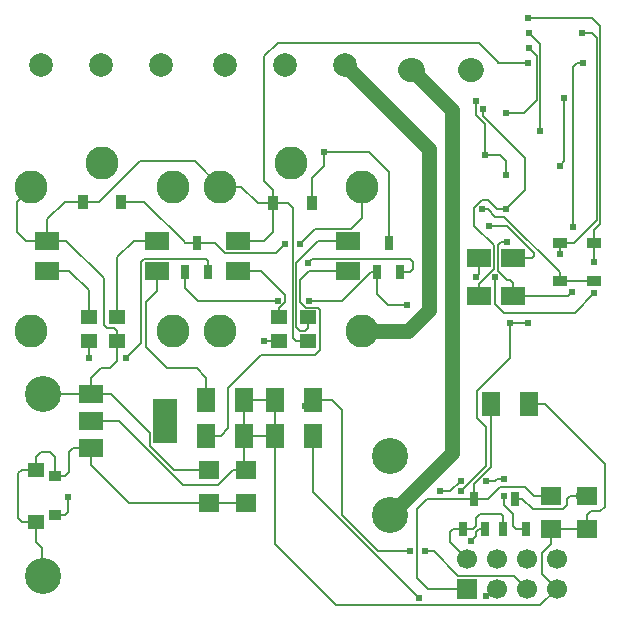
<source format=gbl>
G04 Layer: BottomLayer*
G04 EasyEDA v5.9.42, Tue, 02 Apr 2019 20:51:07 GMT*
G04 166f39b61798459ea13d042530858995*
G04 Gerber Generator version 0.2*
G04 Scale: 100 percent, Rotated: No, Reflected: No *
G04 Dimensions in millimeters *
G04 leading zeros omitted , absolute positions ,3 integer and 3 decimal *
%FSLAX33Y33*%
%MOMM*%
G90*
G71D02*

%ADD11C,1.250010*%
%ADD12C,0.151994*%
%ADD14C,0.619760*%
%ADD17R,1.219200X0.909320*%
%ADD18R,1.600200X1.999996*%
%ADD19R,1.800860X1.600200*%
%ADD21R,1.699997X1.699997*%
%ADD22C,1.699997*%
%ADD23C,3.048000*%
%ADD24C,3.050007*%
%ADD25C,2.794000*%
%ADD26C,1.999996*%
%ADD27R,1.999996X3.799992*%
%ADD28R,1.999996X1.499997*%
%ADD29R,0.699999X1.250010*%
%ADD30R,0.909320X1.219200*%
%ADD31R,1.050011X0.850011*%
%ADD32R,1.399997X1.250010*%
%ADD33R,1.450010X1.160018*%
%ADD34R,1.999996X1.600200*%

%LPD*%
G54D11*
G01X34198Y45592D02*
G01X34198Y45557D01*
G01X37592Y42163D01*
G01X37592Y13154D01*
G01X32354Y7917D01*
G01X28575Y45973D02*
G01X35687Y38861D01*
G01X35687Y25272D01*
G01X33909Y23494D01*
G01X30002Y23505D01*
G54D12*
G01X2952Y18113D02*
G01X3012Y18173D01*
G01X7034Y18173D01*
G01X7035Y18173D02*
G01X8750Y18173D01*
G01X12065Y14858D01*
G01X12065Y13715D01*
G01X13843Y11937D01*
G01X17017Y11683D02*
G01X14096Y11683D01*
G01X13843Y11937D01*
G01X7034Y18173D02*
G01X7034Y19480D01*
G01X7873Y20319D01*
G01X8635Y20319D01*
G01X9270Y20954D01*
G01X9270Y22605D01*
G01X9017Y23748D02*
G01X8382Y23748D01*
G01X8128Y24002D01*
G01X8128Y27939D01*
G01X4950Y31112D01*
G01X3352Y31112D01*
G01X9270Y22605D02*
G01X9270Y23494D01*
G01X9017Y23748D01*
G01X3354Y31111D02*
G01X3354Y32944D01*
G01X4826Y34416D01*
G01X6375Y34416D01*
G01X2001Y35708D02*
G01X2001Y35656D01*
G01X762Y34416D01*
G01X762Y31876D01*
G01X1524Y31114D01*
G01X1527Y31111D01*
G01X3354Y31111D01*
G01X6375Y34416D02*
G01X7747Y34416D01*
G01X11176Y37845D01*
G01X15864Y37845D01*
G01X18003Y35707D01*
G01X18003Y35708D02*
G01X19790Y35708D01*
G01X21208Y34289D01*
G01X22504Y34289D01*
G01X19480Y31114D02*
G01X21716Y31114D01*
G01X22478Y31876D01*
G01X22504Y31902D01*
G01X22504Y34289D01*
G01X25402Y22605D02*
G01X24384Y22605D01*
G01X24130Y22859D01*
G01X24130Y33908D01*
G01X23749Y34289D01*
G01X22504Y34289D01*
G01X22504Y34289D02*
G01X22504Y35407D01*
G01X21717Y36194D01*
G01X21717Y46735D01*
G01X22860Y47878D01*
G01X39878Y47878D01*
G01X41529Y46227D01*
G01X44082Y46197D02*
G01X41558Y46197D01*
G01X41529Y46227D01*
G01X45974Y6730D02*
G01X45974Y5460D01*
G01X45212Y4698D01*
G01X45212Y2920D01*
G01X46482Y1650D01*
G01X45973Y6730D02*
G01X45975Y6729D01*
G01X49023Y6729D01*
G01X44145Y17271D02*
G01X45466Y17271D01*
G01X50546Y12191D01*
G01X50546Y8615D01*
G01X20192Y11683D02*
G01X20015Y11861D01*
G01X20015Y14603D01*
G01X20015Y17651D02*
G01X20015Y14603D01*
G01X22656Y14604D02*
G01X22656Y5410D01*
G01X27813Y253D01*
G01X45085Y253D01*
G01X46482Y1650D01*
G01X7035Y15874D02*
G01X9400Y15874D01*
G01X14859Y10413D01*
G01X17780Y10413D01*
G01X19050Y11683D01*
G01X20193Y11683D01*
G01X22656Y17651D02*
G01X20015Y17651D01*
G01X7034Y13573D02*
G01X7034Y12142D01*
G01X10286Y8889D01*
G01X17017Y8889D01*
G01X17017Y8889D02*
G01X20192Y8889D01*
G01X38862Y4190D02*
G01X38862Y4190D01*
G01X37464Y5588D01*
G01X37464Y6476D01*
G01X37718Y6730D01*
G01X37739Y6751D01*
G01X38546Y6751D01*
G01X38547Y6751D02*
G01X39390Y6751D01*
G01X39624Y6984D01*
G01X39624Y7619D01*
G01X40005Y8000D01*
G01X41783Y8000D01*
G01X41977Y6749D02*
G01X41977Y7805D01*
G01X41783Y8000D01*
G01X49659Y27711D02*
G01X46736Y27711D01*
G01X46736Y27711D02*
G01X46736Y28447D01*
G01X42037Y33146D01*
G01X41275Y33146D01*
G01X40640Y33781D01*
G01X40132Y33781D01*
G01X22656Y14606D02*
G01X22654Y14603D01*
G01X20015Y14603D01*
G01X22656Y14606D02*
G01X22656Y17651D01*
G01X22860Y26034D02*
G01X16129Y26034D01*
G01X15052Y28468D02*
G01X15052Y27111D01*
G01X16129Y26034D01*
G01X16814Y17652D02*
G01X16814Y19507D01*
G01X16002Y20319D01*
G01X13462Y20319D01*
G01X11684Y22097D01*
G01X11684Y25907D01*
G01X12319Y26542D01*
G01X12653Y28571D02*
G01X12653Y26877D01*
G01X12318Y26542D01*
G01X28780Y28574D02*
G01X25527Y28574D01*
G01X24765Y27812D01*
G01X24765Y25907D01*
G01X25227Y25445D01*
G01X26243Y25445D01*
G01X26416Y25272D01*
G01X26416Y21843D01*
G01X26035Y21462D01*
G01X21463Y21462D01*
G01X18669Y18668D01*
G01X18669Y15239D01*
G01X18031Y14604D01*
G01X16814Y14604D01*
G01X42927Y9249D02*
G01X43582Y9249D01*
G01X44449Y8381D01*
G01X46989Y8381D01*
G01X47370Y8762D01*
G01X47370Y9270D01*
G01X47624Y9524D01*
G01X47626Y9523D01*
G01X49023Y9523D01*
G01X39497Y9250D02*
G01X39497Y10540D01*
G01X40944Y11988D01*
G01X40944Y17271D01*
G01X45973Y9524D02*
G01X44576Y9524D01*
G01X43814Y10286D01*
G01X41655Y10286D01*
G01X40639Y9270D01*
G01X40619Y9250D01*
G01X39496Y9250D01*
G01X39497Y9250D02*
G01X35539Y9250D01*
G01X34671Y8381D01*
G01X34671Y2539D01*
G01X35560Y1650D01*
G01X38862Y1650D01*
G01X25857Y14606D02*
G01X25857Y9830D01*
G01X34800Y887D01*
G01X41402Y1650D02*
G01X41147Y1650D01*
G01X40512Y1016D01*
G01X25857Y17651D02*
G01X25350Y17144D01*
G01X25145Y17144D01*
G01X25857Y17652D02*
G01X27432Y17652D01*
G01X28321Y16763D01*
G01X28321Y7873D01*
G01X31369Y4825D01*
G01X34036Y4825D01*
G01X35308Y4824D02*
G01X36069Y4824D01*
G01X38162Y2731D01*
G01X42861Y2731D01*
G01X43942Y1650D01*
G01X9626Y34416D02*
G01X11557Y34416D01*
G01X14985Y30987D01*
G01X15006Y30967D01*
G01X16001Y30967D01*
G01X16002Y30967D02*
G01X17546Y30967D01*
G01X18415Y30098D01*
G01X22733Y30098D01*
G01X23495Y30860D01*
G01X30002Y35707D02*
G01X30002Y33050D01*
G01X29083Y32130D01*
G01X26035Y32130D01*
G01X24765Y30860D01*
G01X32257Y30967D02*
G01X32257Y36956D01*
G01X30606Y38607D01*
G01X26796Y38607D01*
G01X25755Y34289D02*
G01X25755Y36423D01*
G01X26796Y37464D01*
G01X26796Y38607D01*
G01X44095Y49981D02*
G01X49459Y49981D01*
G01X50164Y49275D01*
G01X50164Y32511D01*
G01X49659Y32001D01*
G01X49659Y30962D01*
G01X49657Y29336D02*
G01X49657Y30959D01*
G01X49659Y30962D01*
G01X48659Y48719D02*
G01X49434Y48719D01*
G01X49859Y48295D01*
G01X49859Y32841D01*
G01X48005Y30987D01*
G01X47980Y30962D01*
G01X46736Y30962D01*
G01X46736Y30962D02*
G01X46736Y29971D01*
G01X40446Y6751D02*
G01X39898Y6751D01*
G01X39623Y6476D01*
G01X39623Y6092D01*
G01X39245Y5713D01*
G01X39245Y5713D02*
G01X39245Y5717D01*
G01X39496Y5969D01*
G01X42037Y9524D02*
G01X42037Y8762D01*
G01X42799Y8000D01*
G01X42799Y6984D01*
G01X43877Y6749D02*
G01X43034Y6749D01*
G01X42799Y6984D01*
G01X40514Y10793D02*
G01X41273Y10793D01*
G01X41401Y10921D01*
G01X42037Y10921D01*
G01X42038Y10920D01*
G01X36577Y9904D02*
G01X37467Y9904D01*
G01X38356Y10793D01*
G01X6860Y21207D02*
G01X6860Y22603D01*
G01X6858Y22605D01*
G01X12653Y31111D02*
G01X10664Y31111D01*
G01X9270Y29717D01*
G01X9270Y24637D01*
G01X16951Y28468D02*
G01X16951Y29402D01*
G01X16764Y29590D01*
G01X11557Y29590D01*
G01X11303Y29336D01*
G01X11303Y22476D01*
G01X10035Y21206D01*
G01X19479Y28574D02*
G01X21463Y28574D01*
G01X23495Y26542D01*
G01X23495Y25907D01*
G01X22987Y25399D01*
G01X22987Y24637D01*
G01X24434Y23952D02*
G01X24434Y29260D01*
G01X26289Y31114D01*
G01X28780Y31114D01*
G01X33207Y28468D02*
G01X34056Y28468D01*
G01X34290Y28701D01*
G01X34290Y29336D01*
G01X34036Y29590D01*
G01X25781Y29590D01*
G01X25400Y29209D01*
G01X22986Y22605D02*
G01X21716Y22605D01*
G01X42544Y24129D02*
G01X44068Y24129D01*
G01X38354Y9905D02*
G01X40513Y12064D01*
G01X40513Y15366D01*
G01X39751Y16128D01*
G01X39751Y18414D01*
G01X42545Y21208D01*
G01X42545Y24129D01*
G01X3354Y28571D02*
G01X5210Y28571D01*
G01X6857Y26923D01*
G01X6857Y24637D01*
G01X47119Y43178D02*
G01X47119Y37848D01*
G01X46735Y37464D01*
G01X42164Y41909D02*
G01X43688Y41909D01*
G01X44779Y43001D01*
G01X44779Y46786D01*
G01X44118Y47446D01*
G01X45084Y40385D02*
G01X45084Y47756D01*
G01X44108Y48732D01*
G01X25527Y26034D02*
G01X28321Y26034D01*
G01X30754Y28468D01*
G01X31308Y28468D01*
G01X3974Y7874D02*
G01X4827Y7874D01*
G01X5080Y8127D01*
G01X5080Y9394D01*
G01X5082Y9396D01*
G01X2375Y7299D02*
G01X2375Y5625D01*
G01X2921Y5080D01*
G01X2921Y2745D01*
G01X2952Y2713D01*
G01X2374Y7299D02*
G01X1209Y7299D01*
G01X889Y7619D01*
G01X889Y11429D01*
G01X2375Y11750D02*
G01X1209Y11750D01*
G01X889Y11429D01*
G01X3974Y11174D02*
G01X3974Y12789D01*
G01X3556Y13207D01*
G01X2794Y13207D01*
G01X2375Y11750D02*
G01X2375Y12788D01*
G01X2794Y13207D01*
G01X7034Y13573D02*
G01X5572Y13573D01*
G01X5207Y13207D01*
G01X5207Y11556D01*
G01X4826Y11175D01*
G01X4824Y11174D01*
G01X3974Y11174D01*
G01X41147Y28828D02*
G01X41148Y30733D01*
G01X39497Y32384D01*
G01X39497Y33908D01*
G01X40132Y34543D01*
G01X40640Y34543D01*
G01X41402Y33781D01*
G01X42164Y33781D01*
G01X40259Y42290D02*
G01X40259Y41655D01*
G01X43814Y38099D01*
G01X43814Y35432D01*
G01X42163Y33781D01*
G01X40385Y38353D02*
G01X41655Y38353D01*
G01X42163Y37845D01*
G01X42163Y36702D01*
G01X40386Y38353D02*
G01X40386Y41020D01*
G01X39624Y41782D01*
G01X39624Y42925D01*
G01X42799Y29666D02*
G01X44398Y29666D01*
G01X44576Y29844D01*
G01X44576Y30098D01*
G01X42290Y32384D01*
G01X40770Y32384D01*
G01X40768Y32383D01*
G01X42799Y26466D02*
G01X42799Y27558D01*
G01X42544Y27812D01*
G01X42290Y27812D01*
G01X41528Y28574D01*
G01X41528Y30733D01*
G01X41782Y30987D01*
G01X42291Y30987D01*
G01X42292Y30986D01*
G01X47754Y26795D02*
G01X47425Y26466D01*
G01X42799Y26466D01*
G01X48679Y46193D02*
G01X48225Y46193D01*
G01X47878Y45846D01*
G01X47878Y32258D01*
G01X47879Y32257D01*
G01X39880Y26466D02*
G01X39880Y27434D01*
G01X41148Y28701D01*
G01X41148Y28828D01*
G01X39625Y28065D02*
G01X39880Y28319D01*
G01X39880Y29665D01*
G01X41276Y28065D02*
G01X41276Y25778D01*
G01X42036Y25018D01*
G01X48009Y25018D01*
G01X49658Y26668D01*
G01X49022Y6728D02*
G01X49022Y7876D01*
G01X49403Y8254D01*
G01X50185Y8254D01*
G01X50546Y8615D01*
G01X25400Y24637D02*
G01X25400Y23749D01*
G01X25145Y23494D01*
G01X24765Y23494D01*
G01X24435Y23824D01*
G01X24435Y23951D01*
G01X24434Y23952D01*
G01X33843Y25709D02*
G01X32202Y25709D01*
G01X31368Y26542D01*
G01X31308Y26603D01*
G01X31308Y28468D01*
G54D27*
G01X13333Y15874D03*
G54D28*
G01X7034Y15873D03*
G01X7034Y18173D03*
G01X7034Y13573D03*
G54D18*
G01X20015Y17651D03*
G01X16814Y17651D03*
G01X20015Y14603D03*
G01X16814Y14603D03*
G01X25857Y17651D03*
G01X22656Y17651D03*
G01X25857Y14606D03*
G01X22656Y14606D03*
G54D17*
G01X49659Y30962D03*
G01X49659Y27711D03*
G01X46736Y30962D03*
G01X46736Y27711D03*
G54D28*
G01X12654Y31112D03*
G01X12654Y28572D03*
G01X3354Y28572D03*
G01X3354Y31112D03*
G01X28779Y31114D03*
G01X28779Y28574D03*
G01X19480Y28574D03*
G01X19480Y31114D03*
G54D19*
G01X45972Y9524D03*
G01X45972Y6730D03*
G01X49023Y9522D03*
G01X49023Y6728D03*
G54D29*
G01X39497Y9250D03*
G01X38547Y6751D03*
G01X40446Y6751D03*
G01X42928Y9248D03*
G01X41978Y6748D03*
G01X43878Y6748D03*
G01X16002Y30967D03*
G01X15052Y28468D03*
G01X16951Y28468D03*
G01X32258Y30967D03*
G01X31308Y28468D03*
G01X33207Y28468D03*
G54D30*
G01X6375Y34416D03*
G01X9626Y34416D03*
G01X22504Y34289D03*
G01X25755Y34289D03*
G54D19*
G01X17016Y8889D03*
G01X17016Y11683D03*
G01X20191Y8889D03*
G01X20191Y11683D03*
G54D18*
G01X40944Y17271D03*
G01X44145Y17271D03*
G54D31*
G01X3975Y11174D03*
G01X3975Y7875D03*
G54D32*
G01X2374Y11749D03*
G01X2374Y7299D03*
G54D33*
G01X9271Y22605D03*
G01X9271Y24637D03*
G01X25400Y22605D03*
G01X25400Y24637D03*
G01X6858Y24637D03*
G01X6858Y22605D03*
G01X22987Y24637D03*
G01X22987Y22605D03*
G54D34*
G01X39879Y29664D03*
G01X39879Y26464D03*
G01X42799Y26466D03*
G01X42799Y29667D03*
G54D21*
G01X38862Y1650D03*
G54D22*
G01X38862Y4190D03*
G01X41402Y1650D03*
G01X41402Y4190D03*
G01X43942Y1650D03*
G01X43942Y4190D03*
G01X46482Y1650D03*
G01X46482Y4190D03*
G54D23*
G01X2952Y2713D03*
G01X2952Y18113D03*
G01X32353Y7915D03*
G54D24*
G01X32353Y12914D03*
G54D25*
G01X18003Y23506D03*
G01X24003Y37707D03*
G01X30002Y35708D03*
G01X18003Y35708D03*
G01X30002Y23506D03*
G01X2001Y23506D03*
G01X8001Y37707D03*
G01X14000Y35708D03*
G01X2001Y35708D03*
G01X14000Y23506D03*
G54D26*
G01X18415Y45973D03*
G01X23495Y45973D03*
G01X28575Y45973D03*
G01X2794Y45973D03*
G01X7874Y45973D03*
G01X12954Y45973D03*
G54D14*
G01X44082Y46197D03*
G01X40132Y33781D03*
G01X33843Y25709D03*
G01X25527Y26034D03*
G01X22860Y26034D03*
G01X19939Y9397D03*
G01X17272Y17017D03*
G01X17272Y14096D03*
G01X48387Y9524D03*
G01X40513Y1015D03*
G01X34800Y887D03*
G01X25146Y17144D03*
G01X5082Y9396D03*
G01X34036Y4825D03*
G01X35308Y4824D03*
G01X23495Y30860D03*
G01X24765Y30860D03*
G01X26797Y38607D03*
G01X44095Y49981D03*
G01X49657Y29336D03*
G01X48659Y48719D03*
G01X46736Y29971D03*
G01X39245Y5713D03*
G01X42037Y9524D03*
G01X36578Y9904D03*
G01X40515Y10793D03*
G01X42039Y10920D03*
G01X38356Y10793D03*
G01X10035Y21207D03*
G01X6860Y21207D03*
G01X25400Y29209D03*
G01X21717Y22605D03*
G01X44069Y24129D03*
G01X42545Y24129D03*
G01X38354Y9905D03*
G01X47879Y32257D03*
G01X48679Y46193D03*
G01X46736Y37464D03*
G01X47119Y43178D03*
G01X44108Y48732D03*
G01X45085Y40385D03*
G01X42164Y41909D03*
G01X44119Y47446D03*
G01X42164Y33781D03*
G01X40259Y42290D03*
G01X42164Y36702D03*
G01X40769Y32383D03*
G01X40386Y38353D03*
G01X39624Y42925D03*
G01X42293Y30986D03*
G01X47754Y26795D03*
G01X39626Y28065D03*
G01X41277Y28065D03*
G01X49659Y26668D03*
G54D26*
G01X34098Y45592D02*
G01X34298Y45592D01*
G01X39107Y45592D02*
G01X39307Y45592D01*
M00*
M02*

</source>
